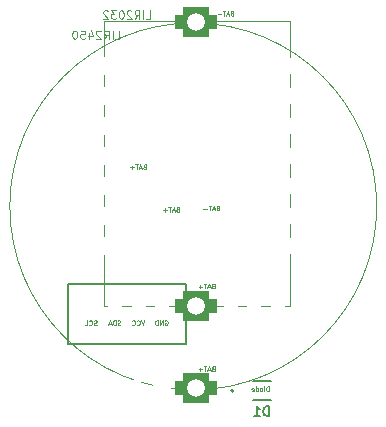
<source format=gbr>
%TF.GenerationSoftware,KiCad,Pcbnew,8.0.4*%
%TF.CreationDate,2024-10-12T11:12:09+09:00*%
%TF.ProjectId,XIAO_ButtonBatteryPCB,5849414f-5f42-4757-9474-6f6e42617474,rev?*%
%TF.SameCoordinates,Original*%
%TF.FileFunction,Legend,Bot*%
%TF.FilePolarity,Positive*%
%FSLAX46Y46*%
G04 Gerber Fmt 4.6, Leading zero omitted, Abs format (unit mm)*
G04 Created by KiCad (PCBNEW 8.0.4) date 2024-10-12 11:12:09*
%MOMM*%
%LPD*%
G01*
G04 APERTURE LIST*
G04 Aperture macros list*
%AMRoundRect*
0 Rectangle with rounded corners*
0 $1 Rounding radius*
0 $2 $3 $4 $5 $6 $7 $8 $9 X,Y pos of 4 corners*
0 Add a 4 corners polygon primitive as box body*
4,1,4,$2,$3,$4,$5,$6,$7,$8,$9,$2,$3,0*
0 Add four circle primitives for the rounded corners*
1,1,$1+$1,$2,$3*
1,1,$1+$1,$4,$5*
1,1,$1+$1,$6,$7*
1,1,$1+$1,$8,$9*
0 Add four rect primitives between the rounded corners*
20,1,$1+$1,$2,$3,$4,$5,0*
20,1,$1+$1,$4,$5,$6,$7,0*
20,1,$1+$1,$6,$7,$8,$9,0*
20,1,$1+$1,$8,$9,$2,$3,0*%
G04 Aperture macros list end*
%ADD10C,0.100000*%
%ADD11C,0.150000*%
%ADD12C,0.127000*%
%ADD13C,0.200000*%
%ADD14R,0.850000X1.200000*%
%ADD15RoundRect,0.625000X1.125000X-0.625000X1.125000X0.625000X-1.125000X0.625000X-1.125000X-0.625000X0*%
%ADD16C,1.500000*%
%ADD17R,1.500000X1.500000*%
%ADD18C,1.600000*%
%ADD19RoundRect,0.625000X-1.125000X0.625000X-1.125000X-0.625000X1.125000X-0.625000X1.125000X0.625000X0*%
%ADD20R,1.308000X1.308000*%
%ADD21C,1.308000*%
%ADD22C,3.000000*%
%ADD23R,3.000000X3.000000*%
G04 APERTURE END LIST*
D10*
X168738972Y-100145847D02*
X168738972Y-99745847D01*
X168738972Y-99745847D02*
X168643734Y-99745847D01*
X168643734Y-99745847D02*
X168586591Y-99764895D01*
X168586591Y-99764895D02*
X168548496Y-99802990D01*
X168548496Y-99802990D02*
X168529449Y-99841085D01*
X168529449Y-99841085D02*
X168510401Y-99917276D01*
X168510401Y-99917276D02*
X168510401Y-99974419D01*
X168510401Y-99974419D02*
X168529449Y-100050609D01*
X168529449Y-100050609D02*
X168548496Y-100088704D01*
X168548496Y-100088704D02*
X168586591Y-100126800D01*
X168586591Y-100126800D02*
X168643734Y-100145847D01*
X168643734Y-100145847D02*
X168738972Y-100145847D01*
X168338972Y-100145847D02*
X168338972Y-99879180D01*
X168338972Y-99745847D02*
X168358020Y-99764895D01*
X168358020Y-99764895D02*
X168338972Y-99783942D01*
X168338972Y-99783942D02*
X168319925Y-99764895D01*
X168319925Y-99764895D02*
X168338972Y-99745847D01*
X168338972Y-99745847D02*
X168338972Y-99783942D01*
X168091354Y-100145847D02*
X168129449Y-100126800D01*
X168129449Y-100126800D02*
X168148496Y-100107752D01*
X168148496Y-100107752D02*
X168167544Y-100069657D01*
X168167544Y-100069657D02*
X168167544Y-99955371D01*
X168167544Y-99955371D02*
X168148496Y-99917276D01*
X168148496Y-99917276D02*
X168129449Y-99898228D01*
X168129449Y-99898228D02*
X168091354Y-99879180D01*
X168091354Y-99879180D02*
X168034211Y-99879180D01*
X168034211Y-99879180D02*
X167996115Y-99898228D01*
X167996115Y-99898228D02*
X167977068Y-99917276D01*
X167977068Y-99917276D02*
X167958020Y-99955371D01*
X167958020Y-99955371D02*
X167958020Y-100069657D01*
X167958020Y-100069657D02*
X167977068Y-100107752D01*
X167977068Y-100107752D02*
X167996115Y-100126800D01*
X167996115Y-100126800D02*
X168034211Y-100145847D01*
X168034211Y-100145847D02*
X168091354Y-100145847D01*
X167615163Y-100145847D02*
X167615163Y-99745847D01*
X167615163Y-100126800D02*
X167653258Y-100145847D01*
X167653258Y-100145847D02*
X167729449Y-100145847D01*
X167729449Y-100145847D02*
X167767544Y-100126800D01*
X167767544Y-100126800D02*
X167786591Y-100107752D01*
X167786591Y-100107752D02*
X167805639Y-100069657D01*
X167805639Y-100069657D02*
X167805639Y-99955371D01*
X167805639Y-99955371D02*
X167786591Y-99917276D01*
X167786591Y-99917276D02*
X167767544Y-99898228D01*
X167767544Y-99898228D02*
X167729449Y-99879180D01*
X167729449Y-99879180D02*
X167653258Y-99879180D01*
X167653258Y-99879180D02*
X167615163Y-99898228D01*
X167272305Y-100126800D02*
X167310401Y-100145847D01*
X167310401Y-100145847D02*
X167386591Y-100145847D01*
X167386591Y-100145847D02*
X167424686Y-100126800D01*
X167424686Y-100126800D02*
X167443734Y-100088704D01*
X167443734Y-100088704D02*
X167443734Y-99936323D01*
X167443734Y-99936323D02*
X167424686Y-99898228D01*
X167424686Y-99898228D02*
X167386591Y-99879180D01*
X167386591Y-99879180D02*
X167310401Y-99879180D01*
X167310401Y-99879180D02*
X167272305Y-99898228D01*
X167272305Y-99898228D02*
X167253258Y-99936323D01*
X167253258Y-99936323D02*
X167253258Y-99974419D01*
X167253258Y-99974419D02*
X167443734Y-100012514D01*
X155734211Y-70309133D02*
X156067544Y-70309133D01*
X156067544Y-70309133D02*
X156067544Y-69609133D01*
X155500877Y-70309133D02*
X155500877Y-69609133D01*
X154767544Y-70309133D02*
X155000877Y-69975800D01*
X155167544Y-70309133D02*
X155167544Y-69609133D01*
X155167544Y-69609133D02*
X154900877Y-69609133D01*
X154900877Y-69609133D02*
X154834211Y-69642466D01*
X154834211Y-69642466D02*
X154800877Y-69675800D01*
X154800877Y-69675800D02*
X154767544Y-69742466D01*
X154767544Y-69742466D02*
X154767544Y-69842466D01*
X154767544Y-69842466D02*
X154800877Y-69909133D01*
X154800877Y-69909133D02*
X154834211Y-69942466D01*
X154834211Y-69942466D02*
X154900877Y-69975800D01*
X154900877Y-69975800D02*
X155167544Y-69975800D01*
X154500877Y-69675800D02*
X154467544Y-69642466D01*
X154467544Y-69642466D02*
X154400877Y-69609133D01*
X154400877Y-69609133D02*
X154234211Y-69609133D01*
X154234211Y-69609133D02*
X154167544Y-69642466D01*
X154167544Y-69642466D02*
X154134211Y-69675800D01*
X154134211Y-69675800D02*
X154100877Y-69742466D01*
X154100877Y-69742466D02*
X154100877Y-69809133D01*
X154100877Y-69809133D02*
X154134211Y-69909133D01*
X154134211Y-69909133D02*
X154534211Y-70309133D01*
X154534211Y-70309133D02*
X154100877Y-70309133D01*
X153500877Y-69842466D02*
X153500877Y-70309133D01*
X153667544Y-69575800D02*
X153834210Y-70075800D01*
X153834210Y-70075800D02*
X153400877Y-70075800D01*
X152800877Y-69609133D02*
X153134210Y-69609133D01*
X153134210Y-69609133D02*
X153167543Y-69942466D01*
X153167543Y-69942466D02*
X153134210Y-69909133D01*
X153134210Y-69909133D02*
X153067543Y-69875800D01*
X153067543Y-69875800D02*
X152900877Y-69875800D01*
X152900877Y-69875800D02*
X152834210Y-69909133D01*
X152834210Y-69909133D02*
X152800877Y-69942466D01*
X152800877Y-69942466D02*
X152767543Y-70009133D01*
X152767543Y-70009133D02*
X152767543Y-70175800D01*
X152767543Y-70175800D02*
X152800877Y-70242466D01*
X152800877Y-70242466D02*
X152834210Y-70275800D01*
X152834210Y-70275800D02*
X152900877Y-70309133D01*
X152900877Y-70309133D02*
X153067543Y-70309133D01*
X153067543Y-70309133D02*
X153134210Y-70275800D01*
X153134210Y-70275800D02*
X153167543Y-70242466D01*
X152334210Y-69609133D02*
X152267543Y-69609133D01*
X152267543Y-69609133D02*
X152200876Y-69642466D01*
X152200876Y-69642466D02*
X152167543Y-69675800D01*
X152167543Y-69675800D02*
X152134210Y-69742466D01*
X152134210Y-69742466D02*
X152100876Y-69875800D01*
X152100876Y-69875800D02*
X152100876Y-70042466D01*
X152100876Y-70042466D02*
X152134210Y-70175800D01*
X152134210Y-70175800D02*
X152167543Y-70242466D01*
X152167543Y-70242466D02*
X152200876Y-70275800D01*
X152200876Y-70275800D02*
X152267543Y-70309133D01*
X152267543Y-70309133D02*
X152334210Y-70309133D01*
X152334210Y-70309133D02*
X152400876Y-70275800D01*
X152400876Y-70275800D02*
X152434210Y-70242466D01*
X152434210Y-70242466D02*
X152467543Y-70175800D01*
X152467543Y-70175800D02*
X152500876Y-70042466D01*
X152500876Y-70042466D02*
X152500876Y-69875800D01*
X152500876Y-69875800D02*
X152467543Y-69742466D01*
X152467543Y-69742466D02*
X152434210Y-69675800D01*
X152434210Y-69675800D02*
X152400876Y-69642466D01*
X152400876Y-69642466D02*
X152334210Y-69609133D01*
X164005639Y-98236323D02*
X163948496Y-98255371D01*
X163948496Y-98255371D02*
X163929449Y-98274419D01*
X163929449Y-98274419D02*
X163910401Y-98312514D01*
X163910401Y-98312514D02*
X163910401Y-98369657D01*
X163910401Y-98369657D02*
X163929449Y-98407752D01*
X163929449Y-98407752D02*
X163948496Y-98426800D01*
X163948496Y-98426800D02*
X163986591Y-98445847D01*
X163986591Y-98445847D02*
X164138972Y-98445847D01*
X164138972Y-98445847D02*
X164138972Y-98045847D01*
X164138972Y-98045847D02*
X164005639Y-98045847D01*
X164005639Y-98045847D02*
X163967544Y-98064895D01*
X163967544Y-98064895D02*
X163948496Y-98083942D01*
X163948496Y-98083942D02*
X163929449Y-98122038D01*
X163929449Y-98122038D02*
X163929449Y-98160133D01*
X163929449Y-98160133D02*
X163948496Y-98198228D01*
X163948496Y-98198228D02*
X163967544Y-98217276D01*
X163967544Y-98217276D02*
X164005639Y-98236323D01*
X164005639Y-98236323D02*
X164138972Y-98236323D01*
X163758020Y-98331561D02*
X163567544Y-98331561D01*
X163796115Y-98445847D02*
X163662782Y-98045847D01*
X163662782Y-98045847D02*
X163529449Y-98445847D01*
X163453258Y-98045847D02*
X163224687Y-98045847D01*
X163338973Y-98445847D02*
X163338973Y-98045847D01*
X163091353Y-98293466D02*
X162786592Y-98293466D01*
X162938972Y-98445847D02*
X162938972Y-98141085D01*
X165605639Y-68136323D02*
X165548496Y-68155371D01*
X165548496Y-68155371D02*
X165529449Y-68174419D01*
X165529449Y-68174419D02*
X165510401Y-68212514D01*
X165510401Y-68212514D02*
X165510401Y-68269657D01*
X165510401Y-68269657D02*
X165529449Y-68307752D01*
X165529449Y-68307752D02*
X165548496Y-68326800D01*
X165548496Y-68326800D02*
X165586591Y-68345847D01*
X165586591Y-68345847D02*
X165738972Y-68345847D01*
X165738972Y-68345847D02*
X165738972Y-67945847D01*
X165738972Y-67945847D02*
X165605639Y-67945847D01*
X165605639Y-67945847D02*
X165567544Y-67964895D01*
X165567544Y-67964895D02*
X165548496Y-67983942D01*
X165548496Y-67983942D02*
X165529449Y-68022038D01*
X165529449Y-68022038D02*
X165529449Y-68060133D01*
X165529449Y-68060133D02*
X165548496Y-68098228D01*
X165548496Y-68098228D02*
X165567544Y-68117276D01*
X165567544Y-68117276D02*
X165605639Y-68136323D01*
X165605639Y-68136323D02*
X165738972Y-68136323D01*
X165358020Y-68231561D02*
X165167544Y-68231561D01*
X165396115Y-68345847D02*
X165262782Y-67945847D01*
X165262782Y-67945847D02*
X165129449Y-68345847D01*
X165053258Y-67945847D02*
X164824687Y-67945847D01*
X164938973Y-68345847D02*
X164938973Y-67945847D01*
X164691353Y-68193466D02*
X164386592Y-68193466D01*
X158334211Y-68609133D02*
X158667544Y-68609133D01*
X158667544Y-68609133D02*
X158667544Y-67909133D01*
X158100877Y-68609133D02*
X158100877Y-67909133D01*
X157367544Y-68609133D02*
X157600877Y-68275800D01*
X157767544Y-68609133D02*
X157767544Y-67909133D01*
X157767544Y-67909133D02*
X157500877Y-67909133D01*
X157500877Y-67909133D02*
X157434211Y-67942466D01*
X157434211Y-67942466D02*
X157400877Y-67975800D01*
X157400877Y-67975800D02*
X157367544Y-68042466D01*
X157367544Y-68042466D02*
X157367544Y-68142466D01*
X157367544Y-68142466D02*
X157400877Y-68209133D01*
X157400877Y-68209133D02*
X157434211Y-68242466D01*
X157434211Y-68242466D02*
X157500877Y-68275800D01*
X157500877Y-68275800D02*
X157767544Y-68275800D01*
X157100877Y-67975800D02*
X157067544Y-67942466D01*
X157067544Y-67942466D02*
X157000877Y-67909133D01*
X157000877Y-67909133D02*
X156834211Y-67909133D01*
X156834211Y-67909133D02*
X156767544Y-67942466D01*
X156767544Y-67942466D02*
X156734211Y-67975800D01*
X156734211Y-67975800D02*
X156700877Y-68042466D01*
X156700877Y-68042466D02*
X156700877Y-68109133D01*
X156700877Y-68109133D02*
X156734211Y-68209133D01*
X156734211Y-68209133D02*
X157134211Y-68609133D01*
X157134211Y-68609133D02*
X156700877Y-68609133D01*
X156267544Y-67909133D02*
X156200877Y-67909133D01*
X156200877Y-67909133D02*
X156134210Y-67942466D01*
X156134210Y-67942466D02*
X156100877Y-67975800D01*
X156100877Y-67975800D02*
X156067544Y-68042466D01*
X156067544Y-68042466D02*
X156034210Y-68175800D01*
X156034210Y-68175800D02*
X156034210Y-68342466D01*
X156034210Y-68342466D02*
X156067544Y-68475800D01*
X156067544Y-68475800D02*
X156100877Y-68542466D01*
X156100877Y-68542466D02*
X156134210Y-68575800D01*
X156134210Y-68575800D02*
X156200877Y-68609133D01*
X156200877Y-68609133D02*
X156267544Y-68609133D01*
X156267544Y-68609133D02*
X156334210Y-68575800D01*
X156334210Y-68575800D02*
X156367544Y-68542466D01*
X156367544Y-68542466D02*
X156400877Y-68475800D01*
X156400877Y-68475800D02*
X156434210Y-68342466D01*
X156434210Y-68342466D02*
X156434210Y-68175800D01*
X156434210Y-68175800D02*
X156400877Y-68042466D01*
X156400877Y-68042466D02*
X156367544Y-67975800D01*
X156367544Y-67975800D02*
X156334210Y-67942466D01*
X156334210Y-67942466D02*
X156267544Y-67909133D01*
X155800877Y-67909133D02*
X155367543Y-67909133D01*
X155367543Y-67909133D02*
X155600877Y-68175800D01*
X155600877Y-68175800D02*
X155500877Y-68175800D01*
X155500877Y-68175800D02*
X155434210Y-68209133D01*
X155434210Y-68209133D02*
X155400877Y-68242466D01*
X155400877Y-68242466D02*
X155367543Y-68309133D01*
X155367543Y-68309133D02*
X155367543Y-68475800D01*
X155367543Y-68475800D02*
X155400877Y-68542466D01*
X155400877Y-68542466D02*
X155434210Y-68575800D01*
X155434210Y-68575800D02*
X155500877Y-68609133D01*
X155500877Y-68609133D02*
X155700877Y-68609133D01*
X155700877Y-68609133D02*
X155767543Y-68575800D01*
X155767543Y-68575800D02*
X155800877Y-68542466D01*
X155100876Y-67975800D02*
X155067543Y-67942466D01*
X155067543Y-67942466D02*
X155000876Y-67909133D01*
X155000876Y-67909133D02*
X154834210Y-67909133D01*
X154834210Y-67909133D02*
X154767543Y-67942466D01*
X154767543Y-67942466D02*
X154734210Y-67975800D01*
X154734210Y-67975800D02*
X154700876Y-68042466D01*
X154700876Y-68042466D02*
X154700876Y-68109133D01*
X154700876Y-68109133D02*
X154734210Y-68209133D01*
X154734210Y-68209133D02*
X155134210Y-68609133D01*
X155134210Y-68609133D02*
X154700876Y-68609133D01*
X164005639Y-91236323D02*
X163948496Y-91255371D01*
X163948496Y-91255371D02*
X163929449Y-91274419D01*
X163929449Y-91274419D02*
X163910401Y-91312514D01*
X163910401Y-91312514D02*
X163910401Y-91369657D01*
X163910401Y-91369657D02*
X163929449Y-91407752D01*
X163929449Y-91407752D02*
X163948496Y-91426800D01*
X163948496Y-91426800D02*
X163986591Y-91445847D01*
X163986591Y-91445847D02*
X164138972Y-91445847D01*
X164138972Y-91445847D02*
X164138972Y-91045847D01*
X164138972Y-91045847D02*
X164005639Y-91045847D01*
X164005639Y-91045847D02*
X163967544Y-91064895D01*
X163967544Y-91064895D02*
X163948496Y-91083942D01*
X163948496Y-91083942D02*
X163929449Y-91122038D01*
X163929449Y-91122038D02*
X163929449Y-91160133D01*
X163929449Y-91160133D02*
X163948496Y-91198228D01*
X163948496Y-91198228D02*
X163967544Y-91217276D01*
X163967544Y-91217276D02*
X164005639Y-91236323D01*
X164005639Y-91236323D02*
X164138972Y-91236323D01*
X163758020Y-91331561D02*
X163567544Y-91331561D01*
X163796115Y-91445847D02*
X163662782Y-91045847D01*
X163662782Y-91045847D02*
X163529449Y-91445847D01*
X163453258Y-91045847D02*
X163224687Y-91045847D01*
X163338973Y-91445847D02*
X163338973Y-91045847D01*
X163091353Y-91293466D02*
X162786592Y-91293466D01*
X162938972Y-91445847D02*
X162938972Y-91141085D01*
X158205639Y-81136323D02*
X158148496Y-81155371D01*
X158148496Y-81155371D02*
X158129449Y-81174419D01*
X158129449Y-81174419D02*
X158110401Y-81212514D01*
X158110401Y-81212514D02*
X158110401Y-81269657D01*
X158110401Y-81269657D02*
X158129449Y-81307752D01*
X158129449Y-81307752D02*
X158148496Y-81326800D01*
X158148496Y-81326800D02*
X158186591Y-81345847D01*
X158186591Y-81345847D02*
X158338972Y-81345847D01*
X158338972Y-81345847D02*
X158338972Y-80945847D01*
X158338972Y-80945847D02*
X158205639Y-80945847D01*
X158205639Y-80945847D02*
X158167544Y-80964895D01*
X158167544Y-80964895D02*
X158148496Y-80983942D01*
X158148496Y-80983942D02*
X158129449Y-81022038D01*
X158129449Y-81022038D02*
X158129449Y-81060133D01*
X158129449Y-81060133D02*
X158148496Y-81098228D01*
X158148496Y-81098228D02*
X158167544Y-81117276D01*
X158167544Y-81117276D02*
X158205639Y-81136323D01*
X158205639Y-81136323D02*
X158338972Y-81136323D01*
X157958020Y-81231561D02*
X157767544Y-81231561D01*
X157996115Y-81345847D02*
X157862782Y-80945847D01*
X157862782Y-80945847D02*
X157729449Y-81345847D01*
X157653258Y-80945847D02*
X157424687Y-80945847D01*
X157538973Y-81345847D02*
X157538973Y-80945847D01*
X157291353Y-81193466D02*
X156986592Y-81193466D01*
X157138972Y-81345847D02*
X157138972Y-81041085D01*
X161005639Y-84736323D02*
X160948496Y-84755371D01*
X160948496Y-84755371D02*
X160929449Y-84774419D01*
X160929449Y-84774419D02*
X160910401Y-84812514D01*
X160910401Y-84812514D02*
X160910401Y-84869657D01*
X160910401Y-84869657D02*
X160929449Y-84907752D01*
X160929449Y-84907752D02*
X160948496Y-84926800D01*
X160948496Y-84926800D02*
X160986591Y-84945847D01*
X160986591Y-84945847D02*
X161138972Y-84945847D01*
X161138972Y-84945847D02*
X161138972Y-84545847D01*
X161138972Y-84545847D02*
X161005639Y-84545847D01*
X161005639Y-84545847D02*
X160967544Y-84564895D01*
X160967544Y-84564895D02*
X160948496Y-84583942D01*
X160948496Y-84583942D02*
X160929449Y-84622038D01*
X160929449Y-84622038D02*
X160929449Y-84660133D01*
X160929449Y-84660133D02*
X160948496Y-84698228D01*
X160948496Y-84698228D02*
X160967544Y-84717276D01*
X160967544Y-84717276D02*
X161005639Y-84736323D01*
X161005639Y-84736323D02*
X161138972Y-84736323D01*
X160758020Y-84831561D02*
X160567544Y-84831561D01*
X160796115Y-84945847D02*
X160662782Y-84545847D01*
X160662782Y-84545847D02*
X160529449Y-84945847D01*
X160453258Y-84545847D02*
X160224687Y-84545847D01*
X160338973Y-84945847D02*
X160338973Y-84545847D01*
X160091353Y-84793466D02*
X159786592Y-84793466D01*
X159938972Y-84945847D02*
X159938972Y-84641085D01*
X164405639Y-84636323D02*
X164348496Y-84655371D01*
X164348496Y-84655371D02*
X164329449Y-84674419D01*
X164329449Y-84674419D02*
X164310401Y-84712514D01*
X164310401Y-84712514D02*
X164310401Y-84769657D01*
X164310401Y-84769657D02*
X164329449Y-84807752D01*
X164329449Y-84807752D02*
X164348496Y-84826800D01*
X164348496Y-84826800D02*
X164386591Y-84845847D01*
X164386591Y-84845847D02*
X164538972Y-84845847D01*
X164538972Y-84845847D02*
X164538972Y-84445847D01*
X164538972Y-84445847D02*
X164405639Y-84445847D01*
X164405639Y-84445847D02*
X164367544Y-84464895D01*
X164367544Y-84464895D02*
X164348496Y-84483942D01*
X164348496Y-84483942D02*
X164329449Y-84522038D01*
X164329449Y-84522038D02*
X164329449Y-84560133D01*
X164329449Y-84560133D02*
X164348496Y-84598228D01*
X164348496Y-84598228D02*
X164367544Y-84617276D01*
X164367544Y-84617276D02*
X164405639Y-84636323D01*
X164405639Y-84636323D02*
X164538972Y-84636323D01*
X164158020Y-84731561D02*
X163967544Y-84731561D01*
X164196115Y-84845847D02*
X164062782Y-84445847D01*
X164062782Y-84445847D02*
X163929449Y-84845847D01*
X163853258Y-84445847D02*
X163624687Y-84445847D01*
X163738973Y-84845847D02*
X163738973Y-84445847D01*
X163491353Y-84693466D02*
X163186592Y-84693466D01*
D11*
X168727975Y-102240295D02*
X168727975Y-101440295D01*
X168727975Y-101440295D02*
X168537499Y-101440295D01*
X168537499Y-101440295D02*
X168423213Y-101478390D01*
X168423213Y-101478390D02*
X168347023Y-101554580D01*
X168347023Y-101554580D02*
X168308928Y-101630771D01*
X168308928Y-101630771D02*
X168270832Y-101783152D01*
X168270832Y-101783152D02*
X168270832Y-101897438D01*
X168270832Y-101897438D02*
X168308928Y-102049819D01*
X168308928Y-102049819D02*
X168347023Y-102126009D01*
X168347023Y-102126009D02*
X168423213Y-102202200D01*
X168423213Y-102202200D02*
X168537499Y-102240295D01*
X168537499Y-102240295D02*
X168727975Y-102240295D01*
X167508928Y-102240295D02*
X167966071Y-102240295D01*
X167737499Y-102240295D02*
X167737499Y-101440295D01*
X167737499Y-101440295D02*
X167813690Y-101554580D01*
X167813690Y-101554580D02*
X167889880Y-101630771D01*
X167889880Y-101630771D02*
X167966071Y-101668866D01*
D10*
X158196115Y-94145847D02*
X158062782Y-94545847D01*
X158062782Y-94545847D02*
X157929449Y-94145847D01*
X157567544Y-94507752D02*
X157586592Y-94526800D01*
X157586592Y-94526800D02*
X157643734Y-94545847D01*
X157643734Y-94545847D02*
X157681830Y-94545847D01*
X157681830Y-94545847D02*
X157738973Y-94526800D01*
X157738973Y-94526800D02*
X157777068Y-94488704D01*
X157777068Y-94488704D02*
X157796115Y-94450609D01*
X157796115Y-94450609D02*
X157815163Y-94374419D01*
X157815163Y-94374419D02*
X157815163Y-94317276D01*
X157815163Y-94317276D02*
X157796115Y-94241085D01*
X157796115Y-94241085D02*
X157777068Y-94202990D01*
X157777068Y-94202990D02*
X157738973Y-94164895D01*
X157738973Y-94164895D02*
X157681830Y-94145847D01*
X157681830Y-94145847D02*
X157643734Y-94145847D01*
X157643734Y-94145847D02*
X157586592Y-94164895D01*
X157586592Y-94164895D02*
X157567544Y-94183942D01*
X157167544Y-94507752D02*
X157186592Y-94526800D01*
X157186592Y-94526800D02*
X157243734Y-94545847D01*
X157243734Y-94545847D02*
X157281830Y-94545847D01*
X157281830Y-94545847D02*
X157338973Y-94526800D01*
X157338973Y-94526800D02*
X157377068Y-94488704D01*
X157377068Y-94488704D02*
X157396115Y-94450609D01*
X157396115Y-94450609D02*
X157415163Y-94374419D01*
X157415163Y-94374419D02*
X157415163Y-94317276D01*
X157415163Y-94317276D02*
X157396115Y-94241085D01*
X157396115Y-94241085D02*
X157377068Y-94202990D01*
X157377068Y-94202990D02*
X157338973Y-94164895D01*
X157338973Y-94164895D02*
X157281830Y-94145847D01*
X157281830Y-94145847D02*
X157243734Y-94145847D01*
X157243734Y-94145847D02*
X157186592Y-94164895D01*
X157186592Y-94164895D02*
X157167544Y-94183942D01*
X159929449Y-94164895D02*
X159967544Y-94145847D01*
X159967544Y-94145847D02*
X160024687Y-94145847D01*
X160024687Y-94145847D02*
X160081830Y-94164895D01*
X160081830Y-94164895D02*
X160119925Y-94202990D01*
X160119925Y-94202990D02*
X160138972Y-94241085D01*
X160138972Y-94241085D02*
X160158020Y-94317276D01*
X160158020Y-94317276D02*
X160158020Y-94374419D01*
X160158020Y-94374419D02*
X160138972Y-94450609D01*
X160138972Y-94450609D02*
X160119925Y-94488704D01*
X160119925Y-94488704D02*
X160081830Y-94526800D01*
X160081830Y-94526800D02*
X160024687Y-94545847D01*
X160024687Y-94545847D02*
X159986591Y-94545847D01*
X159986591Y-94545847D02*
X159929449Y-94526800D01*
X159929449Y-94526800D02*
X159910401Y-94507752D01*
X159910401Y-94507752D02*
X159910401Y-94374419D01*
X159910401Y-94374419D02*
X159986591Y-94374419D01*
X159738972Y-94545847D02*
X159738972Y-94145847D01*
X159738972Y-94145847D02*
X159510401Y-94545847D01*
X159510401Y-94545847D02*
X159510401Y-94145847D01*
X159319924Y-94545847D02*
X159319924Y-94145847D01*
X159319924Y-94145847D02*
X159224686Y-94145847D01*
X159224686Y-94145847D02*
X159167543Y-94164895D01*
X159167543Y-94164895D02*
X159129448Y-94202990D01*
X159129448Y-94202990D02*
X159110401Y-94241085D01*
X159110401Y-94241085D02*
X159091353Y-94317276D01*
X159091353Y-94317276D02*
X159091353Y-94374419D01*
X159091353Y-94374419D02*
X159110401Y-94450609D01*
X159110401Y-94450609D02*
X159129448Y-94488704D01*
X159129448Y-94488704D02*
X159167543Y-94526800D01*
X159167543Y-94526800D02*
X159224686Y-94545847D01*
X159224686Y-94545847D02*
X159319924Y-94545847D01*
X154158020Y-94526800D02*
X154100877Y-94545847D01*
X154100877Y-94545847D02*
X154005639Y-94545847D01*
X154005639Y-94545847D02*
X153967544Y-94526800D01*
X153967544Y-94526800D02*
X153948496Y-94507752D01*
X153948496Y-94507752D02*
X153929449Y-94469657D01*
X153929449Y-94469657D02*
X153929449Y-94431561D01*
X153929449Y-94431561D02*
X153948496Y-94393466D01*
X153948496Y-94393466D02*
X153967544Y-94374419D01*
X153967544Y-94374419D02*
X154005639Y-94355371D01*
X154005639Y-94355371D02*
X154081830Y-94336323D01*
X154081830Y-94336323D02*
X154119925Y-94317276D01*
X154119925Y-94317276D02*
X154138972Y-94298228D01*
X154138972Y-94298228D02*
X154158020Y-94260133D01*
X154158020Y-94260133D02*
X154158020Y-94222038D01*
X154158020Y-94222038D02*
X154138972Y-94183942D01*
X154138972Y-94183942D02*
X154119925Y-94164895D01*
X154119925Y-94164895D02*
X154081830Y-94145847D01*
X154081830Y-94145847D02*
X153986591Y-94145847D01*
X153986591Y-94145847D02*
X153929449Y-94164895D01*
X153529449Y-94507752D02*
X153548497Y-94526800D01*
X153548497Y-94526800D02*
X153605639Y-94545847D01*
X153605639Y-94545847D02*
X153643735Y-94545847D01*
X153643735Y-94545847D02*
X153700878Y-94526800D01*
X153700878Y-94526800D02*
X153738973Y-94488704D01*
X153738973Y-94488704D02*
X153758020Y-94450609D01*
X153758020Y-94450609D02*
X153777068Y-94374419D01*
X153777068Y-94374419D02*
X153777068Y-94317276D01*
X153777068Y-94317276D02*
X153758020Y-94241085D01*
X153758020Y-94241085D02*
X153738973Y-94202990D01*
X153738973Y-94202990D02*
X153700878Y-94164895D01*
X153700878Y-94164895D02*
X153643735Y-94145847D01*
X153643735Y-94145847D02*
X153605639Y-94145847D01*
X153605639Y-94145847D02*
X153548497Y-94164895D01*
X153548497Y-94164895D02*
X153529449Y-94183942D01*
X153167544Y-94545847D02*
X153358020Y-94545847D01*
X153358020Y-94545847D02*
X153358020Y-94145847D01*
X156158020Y-94526800D02*
X156100877Y-94545847D01*
X156100877Y-94545847D02*
X156005639Y-94545847D01*
X156005639Y-94545847D02*
X155967544Y-94526800D01*
X155967544Y-94526800D02*
X155948496Y-94507752D01*
X155948496Y-94507752D02*
X155929449Y-94469657D01*
X155929449Y-94469657D02*
X155929449Y-94431561D01*
X155929449Y-94431561D02*
X155948496Y-94393466D01*
X155948496Y-94393466D02*
X155967544Y-94374419D01*
X155967544Y-94374419D02*
X156005639Y-94355371D01*
X156005639Y-94355371D02*
X156081830Y-94336323D01*
X156081830Y-94336323D02*
X156119925Y-94317276D01*
X156119925Y-94317276D02*
X156138972Y-94298228D01*
X156138972Y-94298228D02*
X156158020Y-94260133D01*
X156158020Y-94260133D02*
X156158020Y-94222038D01*
X156158020Y-94222038D02*
X156138972Y-94183942D01*
X156138972Y-94183942D02*
X156119925Y-94164895D01*
X156119925Y-94164895D02*
X156081830Y-94145847D01*
X156081830Y-94145847D02*
X155986591Y-94145847D01*
X155986591Y-94145847D02*
X155929449Y-94164895D01*
X155758020Y-94545847D02*
X155758020Y-94145847D01*
X155758020Y-94145847D02*
X155662782Y-94145847D01*
X155662782Y-94145847D02*
X155605639Y-94164895D01*
X155605639Y-94164895D02*
X155567544Y-94202990D01*
X155567544Y-94202990D02*
X155548497Y-94241085D01*
X155548497Y-94241085D02*
X155529449Y-94317276D01*
X155529449Y-94317276D02*
X155529449Y-94374419D01*
X155529449Y-94374419D02*
X155548497Y-94450609D01*
X155548497Y-94450609D02*
X155567544Y-94488704D01*
X155567544Y-94488704D02*
X155605639Y-94526800D01*
X155605639Y-94526800D02*
X155662782Y-94545847D01*
X155662782Y-94545847D02*
X155758020Y-94545847D01*
X155377068Y-94431561D02*
X155186592Y-94431561D01*
X155415163Y-94545847D02*
X155281830Y-94145847D01*
X155281830Y-94145847D02*
X155148497Y-94545847D01*
D12*
%TO.C,D1*%
X168917500Y-100900000D02*
X167357500Y-100900000D01*
X167357500Y-99300000D02*
X168917500Y-99300000D01*
D13*
X165737500Y-100100000D02*
G75*
G02*
X165537500Y-100100000I-100000J0D01*
G01*
X165537500Y-100100000D02*
G75*
G02*
X165737500Y-100100000I100000J0D01*
G01*
D10*
%TO.C,C3*%
X154800000Y-68800000D02*
X154800000Y-92900000D01*
X170500000Y-68800000D02*
X154800000Y-68800000D01*
X154800000Y-92900000D02*
X170500000Y-92900000D01*
X170500000Y-92900000D02*
X170500000Y-68800000D01*
%TO.C,C4*%
X177866380Y-84500000D02*
G75*
G02*
X146800000Y-84500000I-15533190J0D01*
G01*
X146800000Y-84500000D02*
G75*
G02*
X177866380Y-84500000I15533190J0D01*
G01*
D12*
%TO.C,J2*%
X151700000Y-91050000D02*
X161700000Y-91050000D01*
X161700000Y-91050000D02*
X161700000Y-96150000D01*
X151700000Y-96150000D02*
X151700000Y-91050000D01*
X161700000Y-96150000D02*
X151700000Y-96150000D01*
D13*
X162600000Y-93200000D02*
G75*
G02*
X162400000Y-93200000I-100000J0D01*
G01*
X162400000Y-93200000D02*
G75*
G02*
X162600000Y-93200000I100000J0D01*
G01*
%TD*%
%LPC*%
D14*
%TO.C,D1*%
X166612500Y-100100000D03*
X169662500Y-100100000D03*
%TD*%
D15*
%TO.C,C3*%
X162600000Y-92900000D03*
X162600000Y-68900000D03*
D16*
X162600000Y-68900000D03*
X162600000Y-92900000D03*
%TD*%
D17*
%TO.C,SW1*%
X157160000Y-100000000D03*
D18*
X154620000Y-100000000D03*
X159700000Y-100000000D03*
%TD*%
D16*
%TO.C,U1*%
X164414000Y-85820000D03*
X161814000Y-85820000D03*
X163824000Y-79270001D03*
X161289000Y-79270000D03*
X163834000Y-71600000D03*
X163834000Y-74180000D03*
X163834000Y-76720000D03*
X161294000Y-76720000D03*
X161294000Y-74180000D03*
X161294000Y-71600000D03*
X158064000Y-79820000D03*
X158064000Y-77920000D03*
X164664000Y-81720000D03*
D18*
X170184000Y-72600000D03*
X170184000Y-75140000D03*
X170184000Y-77680000D03*
X170184000Y-80220000D03*
X170184000Y-82760000D03*
X170184000Y-85300000D03*
X170214000Y-87840000D03*
X154934000Y-87840000D03*
X154944000Y-85300000D03*
X154944000Y-82760000D03*
X154944000Y-80220000D03*
X154944000Y-77680000D03*
X154944000Y-75140000D03*
X154944000Y-72600000D03*
%TD*%
D19*
%TO.C,C4*%
X162600000Y-99900000D03*
D15*
X162600000Y-68900000D03*
D16*
X162600000Y-68900000D03*
X162600000Y-99900000D03*
%TD*%
D20*
%TO.C,J2*%
X159700000Y-93200000D03*
D21*
X157700000Y-93200000D03*
X155700000Y-93200000D03*
X153700000Y-93200000D03*
%TD*%
D16*
%TO.C,C2*%
X10850000Y-1314999D03*
X10850000Y-21314999D03*
%TD*%
D22*
%TO.C,C1*%
X47600000Y-12050000D03*
D23*
X24110000Y-12050000D03*
%TD*%
D20*
%TO.C,J1*%
X165500000Y-93100000D03*
D21*
X167500000Y-93100000D03*
X169500000Y-93100000D03*
X171500000Y-93100000D03*
%TD*%
%LPD*%
M02*

</source>
